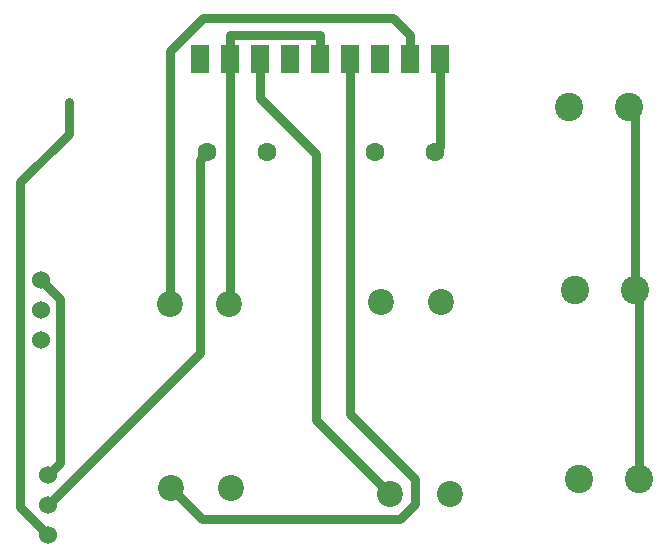
<source format=gbl>
G04 Layer: BottomLayer*
G04 EasyEDA v6.5.22, 2022-11-10 10:58:02*
G04 6b3d640ebf974b0b8646ff979dfa74d8,4d8ab2db40884aeb91e54047068f32cb,10*
G04 Gerber Generator version 0.2*
G04 Scale: 100 percent, Rotated: No, Reflected: No *
G04 Dimensions in inches *
G04 leading zeros omitted , absolute positions ,3 integer and 6 decimal *
%FSLAX36Y36*%
%MOIN*%

%ADD10C,0.0300*%
%ADD11C,0.0630*%
%ADD12C,0.0866*%
%ADD13C,0.0945*%
%ADD14C,0.0600*%
%ADD15R,0.0591X0.0921*%
%ADD16C,0.0240*%

%LPD*%
D10*
X1135000Y-270000D02*
G01*
X1043050Y-178049D01*
X1043050Y904250D01*
X1205789Y1066990D01*
X1205789Y1173420D01*
X2340000Y1396060D02*
G01*
X2283350Y1452710D01*
X1651049Y1452710D01*
X1541580Y1343240D01*
X1541580Y500000D01*
X2340000Y1315000D02*
G01*
X2340000Y1396060D01*
X2140000Y1315000D02*
G01*
X2140000Y133339D01*
X2357100Y-83760D01*
X2357100Y-166750D01*
X2307179Y-216669D01*
X1648249Y-216669D01*
X1546580Y-115000D01*
X2040000Y1396060D02*
G01*
X2039930Y1396129D01*
X1740069Y1396129D01*
X1740000Y1396060D01*
X2040000Y1315000D02*
G01*
X2040000Y1396060D01*
X1740000Y1317150D02*
G01*
X1740000Y1396060D01*
X1740000Y1317150D02*
G01*
X1740000Y1315000D01*
X3070000Y1155000D02*
G01*
X3090000Y1135000D01*
X3090000Y545000D01*
X3105000Y-85000D02*
G01*
X3105000Y530000D01*
X3090000Y545000D01*
X1740000Y1315000D02*
G01*
X1740000Y1049360D01*
X1740000Y1049360D02*
G01*
X1740000Y501570D01*
X1738429Y500000D01*
X1110000Y580000D02*
G01*
X1175739Y514259D01*
X1175739Y-29259D01*
X1135000Y-70000D01*
X2276580Y-135000D02*
G01*
X2027659Y113919D01*
X2027659Y997979D01*
X1840000Y1185639D01*
X1840000Y1315000D01*
X2440000Y1315000D02*
G01*
X2440000Y1021570D01*
X2423429Y1005000D01*
X1135000Y-170000D02*
G01*
X1640010Y335010D01*
X1640010Y978429D01*
X1666580Y1005000D01*
D11*
G01*
X1666580Y1005000D03*
G01*
X1863429Y1005000D03*
G01*
X2226580Y1005000D03*
G01*
X2423429Y1005000D03*
D12*
G01*
X2276580Y-135000D03*
G01*
X2473429Y-135000D03*
G01*
X2246580Y505000D03*
G01*
X2443429Y505000D03*
G01*
X1546580Y-115000D03*
G01*
X1743429Y-115000D03*
G01*
X1541580Y500000D03*
G01*
X1738419Y500000D03*
D13*
G01*
X2890000Y545000D03*
G01*
X3090000Y545000D03*
G01*
X2905000Y-85000D03*
G01*
X3105000Y-85000D03*
G01*
X2870000Y1155000D03*
G01*
X3070000Y1155000D03*
D14*
G01*
X1135000Y-170000D03*
G01*
X1135000Y-70000D03*
G01*
X1135000Y-270000D03*
G01*
X1110000Y480000D03*
G01*
X1110000Y580000D03*
G01*
X1110000Y380000D03*
D15*
G01*
X1640000Y1315000D03*
G01*
X1740000Y1315000D03*
G01*
X1840000Y1315000D03*
G01*
X1940000Y1315000D03*
G01*
X2040000Y1315000D03*
G01*
X2140000Y1315000D03*
G01*
X2240000Y1315000D03*
G01*
X2340000Y1315000D03*
G01*
X2440000Y1315000D03*
D16*
G01*
X1740000Y1049360D03*
G01*
X1205789Y1173420D03*
M02*

</source>
